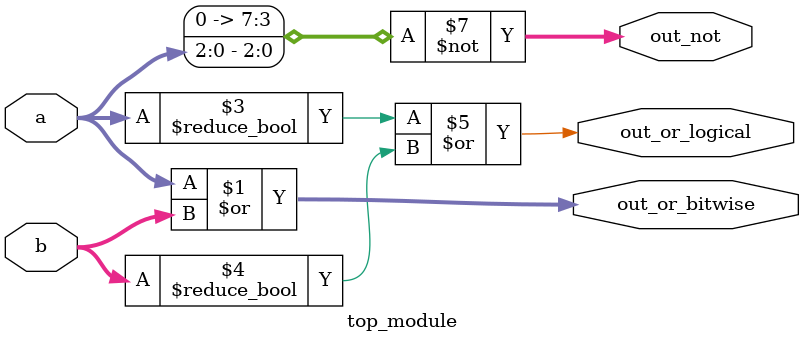
<source format=sv>
module top_module(
  input [2:0] a,
  input [2:0] b,
  output [2:0] out_or_bitwise,
  output reg out_or_logical,
  output reg [7:0] out_not
);

  // Bitwise OR operation
  assign out_or_bitwise = a | b;

  // Logical OR operation
  always @* begin
    out_or_logical = (a != 0) | (b != 0);
  end

  // Bitwise NOT operation
  always @* begin
    out_not = ~{2'b0, a};
  end

endmodule

</source>
